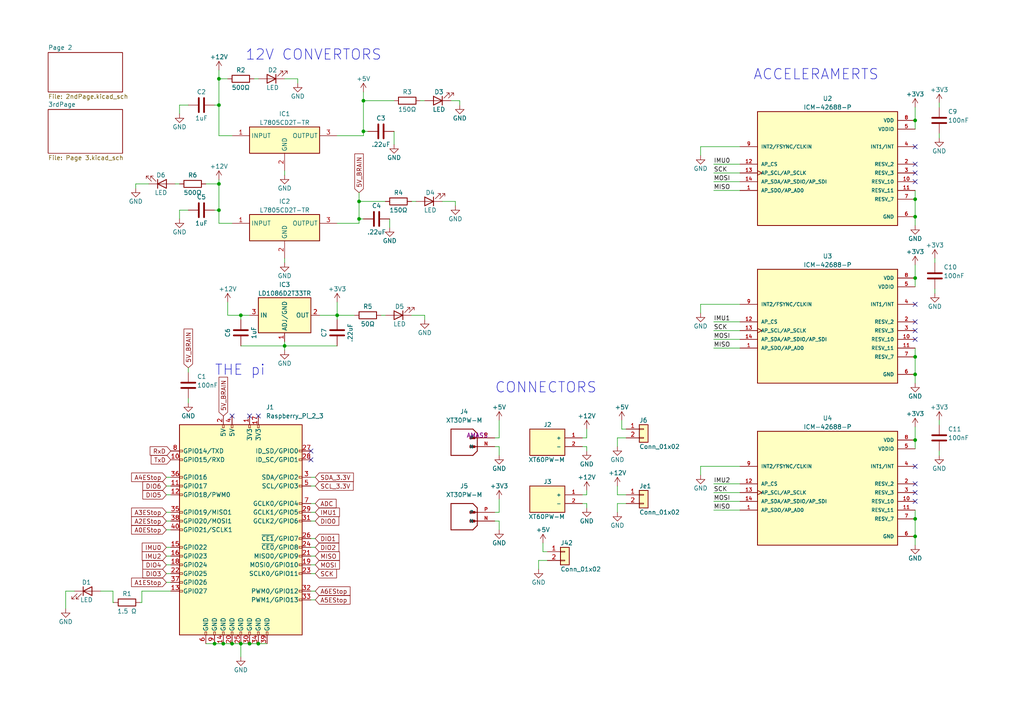
<source format=kicad_sch>
(kicad_sch (version 20230121) (generator eeschema)
  (paper "A4")
  (lib_symbols
    (symbol "Connector:Raspberry_Pi_2_3" (pin_names (offset 1.016))
      (property "Reference" "J" (at -17.78 31.75 0))
      (property "Value" "Raspberry_Pi_2_3" (at 10.16 -31.75 0))
      (symbol "Raspberry_Pi_2_3_0_1"
        (rectangle (start -17.78 30.48) (end 17.78 -30.48) (stroke (width 0.254)) (fill (type background)))
      )
      (symbol "Raspberry_Pi_2_3_1_1"
        (rectangle (start -16.891 -17.526) (end -17.78 -18.034))
        (rectangle (start -16.891 -14.986) (end -17.78 -15.494))
        (rectangle (start -16.891 -12.446) (end -17.78 -12.954))
        (rectangle (start -16.891 -9.906) (end -17.78 -10.414))
        (rectangle (start -16.891 -7.366) (end -17.78 -7.874))
        (rectangle (start -16.891 -4.826) (end -17.78 -5.334))
        (rectangle (start -16.891 0.254) (end -17.78 -0.254))
        (rectangle (start -16.891 2.794) (end -17.78 2.286))
        (rectangle (start -16.891 5.334) (end -17.78 4.826))
        (rectangle (start -16.891 10.414) (end -17.78 9.906))
        (rectangle (start -16.891 12.954) (end -17.78 12.446))
        (rectangle (start -16.891 15.494) (end -17.78 14.986))
        (rectangle (start -16.891 20.574) (end -17.78 20.066))
        (rectangle (start -16.891 23.114) (end -17.78 22.606))
        (rectangle (start -10.414 -29.591) (end -9.906 -30.48))
        (rectangle (start -7.874 -29.591) (end -7.366 -30.48))
        (rectangle (start -5.334 -29.591) (end -4.826 -30.48))
        (rectangle (start -5.334 30.48) (end -4.826 29.591))
        (rectangle (start -2.794 -29.591) (end -2.286 -30.48))
        (rectangle (start -2.794 30.48) (end -2.286 29.591))
        (rectangle (start -0.254 -29.591) (end 0.254 -30.48))
        (rectangle (start 2.286 -29.591) (end 2.794 -30.48))
        (rectangle (start 2.286 30.48) (end 2.794 29.591))
        (rectangle (start 4.826 -29.591) (end 5.334 -30.48))
        (rectangle (start 4.826 30.48) (end 5.334 29.591))
        (rectangle (start 7.366 -29.591) (end 7.874 -30.48))
        (rectangle (start 17.78 -20.066) (end 16.891 -20.574))
        (rectangle (start 17.78 -17.526) (end 16.891 -18.034))
        (rectangle (start 17.78 -12.446) (end 16.891 -12.954))
        (rectangle (start 17.78 -9.906) (end 16.891 -10.414))
        (rectangle (start 17.78 -7.366) (end 16.891 -7.874))
        (rectangle (start 17.78 -4.826) (end 16.891 -5.334))
        (rectangle (start 17.78 -2.286) (end 16.891 -2.794))
        (rectangle (start 17.78 2.794) (end 16.891 2.286))
        (rectangle (start 17.78 5.334) (end 16.891 4.826))
        (rectangle (start 17.78 7.874) (end 16.891 7.366))
        (rectangle (start 17.78 12.954) (end 16.891 12.446))
        (rectangle (start 17.78 15.494) (end 16.891 14.986))
        (rectangle (start 17.78 20.574) (end 16.891 20.066))
        (rectangle (start 17.78 23.114) (end 16.891 22.606))
        (pin power_in line (at 2.54 33.02 270) (length 2.54) (name "3V3") (number "1"))
        (pin bidirectional line (at -20.32 20.32 0) (length 2.54) (name "GPIO15/RXD") (number "10"))
        (pin bidirectional line (at -20.32 12.7 0) (length 2.54) (name "GPIO17") (number "11"))
        (pin bidirectional line (at -20.32 10.16 0) (length 2.54) (name "GPIO18/PWM0") (number "12"))
        (pin bidirectional line (at -20.32 -17.78 0) (length 2.54) (name "GPIO27") (number "13"))
        (pin power_in line (at -5.08 -33.02 90) (length 2.54) (name "GND") (number "14"))
        (pin bidirectional line (at -20.32 -5.08 0) (length 2.54) (name "GPIO22") (number "15"))
        (pin bidirectional line (at -20.32 -7.62 0) (length 2.54) (name "GPIO23") (number "16"))
        (pin power_in line (at 5.08 33.02 270) (length 2.54) (name "3V3") (number "17"))
        (pin bidirectional line (at -20.32 -10.16 0) (length 2.54) (name "GPIO24") (number "18"))
        (pin bidirectional line (at 20.32 -10.16 180) (length 2.54) (name "MOSI0/GPIO10") (number "19"))
        (pin power_in line (at -5.08 33.02 270) (length 2.54) (name "5V") (number "2"))
        (pin power_in line (at -2.54 -33.02 90) (length 2.54) (name "GND") (number "20"))
        (pin bidirectional line (at 20.32 -7.62 180) (length 2.54) (name "MISO0/GPIO9") (number "21"))
        (pin bidirectional line (at -20.32 -12.7 0) (length 2.54) (name "GPIO25") (number "22"))
        (pin bidirectional line (at 20.32 -12.7 180) (length 2.54) (name "SCLK0/GPIO11") (number "23"))
        (pin bidirectional line (at 20.32 -5.08 180) (length 2.54) (name "~{CE0}/GPIO8") (number "24"))
        (pin power_in line (at 0 -33.02 90) (length 2.54) (name "GND") (number "25"))
        (pin bidirectional line (at 20.32 -2.54 180) (length 2.54) (name "~{CE1}/GPIO7") (number "26"))
        (pin bidirectional line (at 20.32 22.86 180) (length 2.54) (name "ID_SD/GPIO0") (number "27"))
        (pin bidirectional line (at 20.32 20.32 180) (length 2.54) (name "ID_SC/GPIO1") (number "28"))
        (pin bidirectional line (at 20.32 5.08 180) (length 2.54) (name "GCLK1/GPIO5") (number "29"))
        (pin bidirectional line (at 20.32 15.24 180) (length 2.54) (name "SDA/GPIO2") (number "3"))
        (pin power_in line (at 2.54 -33.02 90) (length 2.54) (name "GND") (number "30"))
        (pin bidirectional line (at 20.32 2.54 180) (length 2.54) (name "GCLK2/GPIO6") (number "31"))
        (pin bidirectional line (at 20.32 -17.78 180) (length 2.54) (name "PWM0/GPIO12") (number "32"))
        (pin bidirectional line (at 20.32 -20.32 180) (length 2.54) (name "PWM1/GPIO13") (number "33"))
        (pin power_in line (at 5.08 -33.02 90) (length 2.54) (name "GND") (number "34"))
        (pin bidirectional line (at -20.32 5.08 0) (length 2.54) (name "GPIO19/MISO1") (number "35"))
        (pin bidirectional line (at -20.32 15.24 0) (length 2.54) (name "GPIO16") (number "36"))
        (pin bidirectional line (at -20.32 -15.24 0) (length 2.54) (name "GPIO26") (number "37"))
        (pin bidirectional line (at -20.32 2.54 0) (length 2.54) (name "GPIO20/MOSI1") (number "38"))
        (pin power_in line (at 7.62 -33.02 90) (length 2.54) (name "GND") (number "39"))
        (pin power_in line (at -2.54 33.02 270) (length 2.54) (name "5V") (number "4"))
        (pin bidirectional line (at -20.32 0 0) (length 2.54) (name "GPIO21/SCLK1") (number "40"))
        (pin bidirectional line (at 20.32 12.7 180) (length 2.54) (name "SCL/GPIO3") (number "5"))
        (pin power_in line (at -10.16 -33.02 90) (length 2.54) (name "GND") (number "6"))
        (pin bidirectional line (at 20.32 7.62 180) (length 2.54) (name "GCLK0/GPIO4") (number "7"))
        (pin bidirectional line (at -20.32 22.86 0) (length 2.54) (name "GPIO14/TXD") (number "8"))
        (pin power_in line (at -7.62 -33.02 90) (length 2.54) (name "GND") (number "9"))
      )
    )
    (symbol "Connector_Generic:Conn_01x02" (pin_names (offset 1.016) hide)
      (property "Reference" "J" (at 0 2.54 0))
      (property "Value" "Conn_01x02" (at 0 -5.08 0))
      (symbol "Conn_01x02_1_1"
        (rectangle (start -1.27 -2.413) (end 0 -2.667) (stroke (width 0.1524)))
        (rectangle (start -1.27 0.127) (end 0 -0.127) (stroke (width 0.1524)))
        (rectangle (start -1.27 1.27) (end 1.27 -3.81) (stroke (width 0.254)) (fill (type background)))
        (pin passive line (at -5.08 0 0) (length 3.81) (name "Pin_1") (number "1"))
        (pin passive line (at -5.08 -2.54 0) (length 3.81) (name "Pin_2") (number "2"))
      )
    )
    (symbol "Device:C" (pin_numbers hide) (pin_names (offset 0.254))
      (property "Reference" "C" (at 0.635 2.54 0))
      (property "Value" "C" (at 0.635 -2.54 0))
      (symbol "C_0_1"
        (polyline (pts (xy -2.032 -0.762) (xy 2.032 -0.762)) (stroke (width 0.508)))
        (polyline (pts (xy -2.032 0.762) (xy 2.032 0.762)) (stroke (width 0.508)))
      )
      (symbol "C_1_1"
        (pin passive line (at 0 3.81 270) (length 2.794) (name "~") (number "1"))
        (pin passive line (at 0 -3.81 90) (length 2.794) (name "~") (number "2"))
      )
    )
    (symbol "Device:LED" (pin_numbers hide) (pin_names (offset 1.016) hide)
      (property "Reference" "D" (at 0 2.54 0))
      (property "Value" "LED" (at 0 -2.54 0))
      (symbol "LED_0_1"
        (polyline (pts (xy -1.27 -1.27) (xy -1.27 1.27)) (stroke (width 0.254)))
        (polyline (pts (xy -1.27 0) (xy 1.27 0)))
        (polyline (pts (xy 1.27 -1.27) (xy 1.27 1.27) (xy -1.27 0) (xy 1.27 -1.27)) (stroke (width 0.254)))
        (polyline (pts (xy -3.048 -0.762) (xy -4.572 -2.286) (xy -3.81 -2.286) (xy -4.572 -2.286) (xy -4.572 -1.524)))
        (polyline (pts (xy -1.778 -0.762) (xy -3.302 -2.286) (xy -2.54 -2.286) (xy -3.302 -2.286) (xy -3.302 -1.524)))
      )
      (symbol "LED_1_1"
        (pin passive line (at -3.81 0 0) (length 2.54) (name "K") (number "1"))
        (pin passive line (at 3.81 0 180) (length 2.54) (name "A") (number "2"))
      )
    )
    (symbol "Device:R" (pin_numbers hide) (pin_names (offset 0))
      (property "Reference" "R" (at 2.032 0 90))
      (property "Value" "R" (at 0 0 90))
      (symbol "R_0_1"
        (rectangle (start -1.016 -2.54) (end 1.016 2.54) (stroke (width 0.254)))
      )
      (symbol "R_1_1"
        (pin passive line (at 0 3.81 270) (length 1.27) (name "~") (number "1"))
        (pin passive line (at 0 -3.81 90) (length 1.27) (name "~") (number "2"))
      )
    )
    (symbol "ICM-42688-P:ICM-42688-P" (pin_names (offset 1.016))
      (property "Reference" "U" (at -20.32 16.002 0))
      (property "Value" "ICM-42688-P" (at -20.32 -20.32 0))
      (symbol "ICM-42688-P_0_0"
        (rectangle (start -20.32 -17.78) (end 20.32 15.24) (stroke (width 0.254)) (fill (type background)))
        (pin bidirectional line (at -25.4 -7.62 0) (length 5.08) (name "AP_SDO/AP_AD0") (number "1"))
        (pin passive line (at 25.4 -5.08 180) (length 5.08) (name "RESV_10") (number "10"))
        (pin passive line (at 25.4 -7.62 180) (length 5.08) (name "RESV_11") (number "11"))
        (pin input line (at -25.4 0 0) (length 5.08) (name "AP_CS") (number "12"))
        (pin input clock (at -25.4 -2.54 0) (length 5.08) (name "AP_SCL/AP_SCLK") (number "13"))
        (pin bidirectional line (at -25.4 -5.08 0) (length 5.08) (name "AP_SDA/AP_SDIO/AP_SDI") (number "14"))
        (pin passive line (at 25.4 0 180) (length 5.08) (name "RESV_2") (number "2"))
        (pin passive line (at 25.4 -2.54 180) (length 5.08) (name "RESV_3") (number "3"))
        (pin output line (at 25.4 5.08 180) (length 5.08) (name "INT1/INT") (number "4"))
        (pin power_in line (at 25.4 10.16 180) (length 5.08) (name "VDDIO") (number "5"))
        (pin power_in line (at 25.4 -15.24 180) (length 5.08) (name "GND") (number "6"))
        (pin passive line (at 25.4 -10.16 180) (length 5.08) (name "RESV_7") (number "7"))
        (pin power_in line (at 25.4 12.7 180) (length 5.08) (name "VDD") (number "8"))
        (pin bidirectional line (at -25.4 5.08 0) (length 5.08) (name "INT2/FSYNC/CLKIN") (number "9"))
      )
    )
    (symbol "L7805CD2T-TR:L7805CD2T-TR"
      (property "Reference" "IC" (at 13.97 7.62 0))
      (property "Value" "L7805CD2T-TR" (at 7.62 5.08 0))
      (symbol "L7805CD2T-TR_1_1"
        (rectangle (start 5.08 2.54) (end 25.4 -5.08) (stroke (width 0.254)) (fill (type background)))
        (pin passive line (at 0 0 0) (length 5.08) (name "INPUT") (number "1"))
        (pin passive line (at 15.24 -10.16 90) (length 5.08) (name "GND") (number "2"))
        (pin passive line (at 30.48 0 180) (length 5.08) (name "OUTPUT") (number "3"))
      )
    )
    (symbol "Regulator_Linear:LD1086D2T33TR"
      (property "Reference" "U" (at 0 10.16 0))
      (property "Value" "LD1086D2T33TR" (at 0 7.62 0))
      (symbol "LD1086D2T33TR_1_1"
        (rectangle (start -7.62 -5.08) (end 7.62 5.08) (stroke (width 0.254)) (fill (type background)))
        (pin input line (at 0 -7.62 90) (length 2.54) (name "ADJ/GND") (number "1"))
        (pin power_out line (at 10.16 0 180) (length 2.54) (name "OUT") (number "2"))
        (pin power_in line (at -10.16 0 0) (length 2.54) (name "IN") (number "3"))
      )
    )
    (symbol "XT30PW-M:XT30PW-M" (pin_names (offset 1.016))
      (property "Reference" "J" (at -7.62 3.302 0))
      (property "Value" "XT30PW-M" (at -7.62 -7.62 0))
      (symbol "XT30PW-M_0_0"
        (rectangle (start -2.2225 -2.8575) (end -0.635 -2.2225) (stroke (width 0.1)) (fill (type outline)))
        (rectangle (start -2.2225 -0.3175) (end -0.635 0.3175) (stroke (width 0.1)) (fill (type outline)))
        (polyline (pts (xy -7.62 -5.08) (xy -7.62 2.54)) (stroke (width 0.254)))
        (polyline (pts (xy -7.62 2.54) (xy -1.27 2.54)) (stroke (width 0.254)))
        (polyline (pts (xy -1.27 -5.08) (xy -7.62 -5.08)) (stroke (width 0.254)))
        (polyline (pts (xy 0 -3.81) (xy -1.27 -5.08)) (stroke (width 0.254)))
        (polyline (pts (xy 0 -2.54) (xy -1.905 -2.54)) (stroke (width 0.254)))
        (polyline (pts (xy 0 0) (xy -1.905 0)) (stroke (width 0.254)))
        (polyline (pts (xy 0 0) (xy 0 -3.81)) (stroke (width 0.254)))
        (polyline (pts (xy 0 1.27) (xy -1.27 2.54)) (stroke (width 0.254)))
        (polyline (pts (xy 0 1.27) (xy 0 0)) (stroke (width 0.254)))
        (pin power_in line (at 5.08 -2.54 180) (length 5.08) (name "N") (number "N"))
        (pin power_in line (at 5.08 0 180) (length 5.08) (name "P") (number "P"))
      )
    )
    (symbol "XT60PW-M:XT60PW-M" (pin_names (offset 1.016))
      (property "Reference" "J" (at -5.08 5.7234 0))
      (property "Value" "XT60PW-M" (at -5.08 -5.0923 0))
      (symbol "XT60PW-M_0_0"
        (rectangle (start -5.08 -2.54) (end 5.08 5.08) (stroke (width 0.254)) (fill (type background)))
        (pin passive line (at -10.16 2.54 0) (length 5.08) (name "+") (number "1"))
        (pin passive line (at -10.16 0 0) (length 5.08) (name "-") (number "2"))
      )
    )
    (symbol "power:+12V" (power) (pin_names (offset 0))
      (property "Value" "+12V" (at 0 3.556 0))
      (symbol "+12V_0_1"
        (polyline (pts (xy -0.762 1.27) (xy 0 2.54)))
        (polyline (pts (xy 0 0) (xy 0 2.54)))
        (polyline (pts (xy 0 2.54) (xy 0.762 1.27)))
      )
      (symbol "+12V_1_1"
        (pin power_in line (at 0 0 90) (length 0) hide (name "+12V") (number "1"))
      )
    )
    (symbol "power:+3V3" (power) (pin_names (offset 0))
      (property "Value" "+3V3" (at 0 3.556 0))
      (symbol "+3V3_0_1"
        (polyline (pts (xy -0.762 1.27) (xy 0 2.54)))
        (polyline (pts (xy 0 0) (xy 0 2.54)))
        (polyline (pts (xy 0 2.54) (xy 0.762 1.27)))
      )
      (symbol "+3V3_1_1"
        (pin power_in line (at 0 0 90) (length 0) hide (name "+3V3") (number "1"))
      )
    )
    (symbol "power:+5V" (power) (pin_names (offset 0))
      (property "Value" "+5V" (at 0 3.556 0))
      (symbol "+5V_0_1"
        (polyline (pts (xy -0.762 1.27) (xy 0 2.54)))
        (polyline (pts (xy 0 0) (xy 0 2.54)))
        (polyline (pts (xy 0 2.54) (xy 0.762 1.27)))
      )
      (symbol "+5V_1_1"
        (pin power_in line (at 0 0 90) (length 0) hide (name "+5V") (number "1"))
      )
    )
    (symbol "power:GND" (power) (pin_names (offset 0))
      (property "Value" "GND" (at 0 -3.81 0))
      (symbol "GND_0_1"
        (polyline (pts (xy 0 0) (xy 0 -1.27) (xy 1.27 -1.27) (xy 0 -2.54) (xy -1.27 -1.27) (xy 0 -1.27)))
      )
      (symbol "GND_1_1"
        (pin power_in line (at 0 0 270) (length 0) hide (name "GND") (number "1"))
      )
    )
  )
  (junction (at 104.14 63.5))
  (junction (at 105.41 38.1))
  (junction (at 72.39 186.69))
  (junction (at 69.85 91.44))
  (junction (at 265.43 150.495))
  (junction (at 97.79 91.44))
  (junction (at 265.43 127.635))
  (junction (at 62.23 186.69))
  (junction (at 265.43 103.505))
  (junction (at 67.31 186.69))
  (junction (at 265.43 80.645))
  (junction (at 105.41 29.21))
  (junction (at 265.43 62.865))
  (junction (at 63.5 30.48))
  (junction (at 64.77 186.69))
  (junction (at 265.43 155.575))
  (junction (at 265.43 57.785))
  (junction (at 104.14 58.42))
  (junction (at 82.55 100.33))
  (junction (at 265.43 34.925))
  (junction (at 63.5 53.34))
  (junction (at 63.5 22.86))
  (junction (at 63.5 60.96))
  (junction (at 69.85 186.69))
  (junction (at 265.43 108.585))
  (junction (at 74.93 186.69))
  (no_connect (at 265.43 93.345))
  (no_connect (at 90.17 133.35))
  (no_connect (at 265.43 140.335))
  (no_connect (at 265.43 47.625))
  (no_connect (at 265.43 135.255))
  (no_connect (at 265.43 95.885))
  (no_connect (at 265.43 98.425))
  (no_connect (at 265.43 142.875))
  (no_connect (at 265.43 42.545))
  (no_connect (at 265.43 52.705))
  (no_connect (at 90.17 130.81))
  (no_connect (at 67.31 120.65))
  (no_connect (at 265.43 145.415))
  (no_connect (at 265.43 50.165))
  (no_connect (at 74.93 120.65))
  (no_connect (at 265.43 88.265))
  (no_connect (at 72.39 120.65))
  (wire (pts (xy 144.78 129.54) (xy 144.78 132.08)))
  (wire (pts (xy 271.145 74.93) (xy 271.145 76.2)))
  (wire (pts (xy 179.07 127) (xy 179.07 129.54)))
  (wire (pts (xy 69.85 186.69) (xy 72.39 186.69)))
  (wire (pts (xy 90.17 148.59) (xy 91.44 148.59)))
  (wire (pts (xy 265.43 127.635) (xy 265.43 130.175)))
  (wire (pts (xy 48.26 166.37) (xy 49.53 166.37)))
  (wire (pts (xy 121.92 29.21) (xy 123.19 29.21)))
  (wire (pts (xy 104.14 64.77) (xy 104.14 63.5)))
  (wire (pts (xy 90.17 161.29) (xy 91.44 161.29)))
  (wire (pts (xy 207.01 147.955) (xy 214.63 147.955)))
  (wire (pts (xy 72.39 186.69) (xy 74.93 186.69)))
  (wire (pts (xy 119.38 91.44) (xy 123.19 91.44)))
  (wire (pts (xy 32.766 174.752) (xy 32.766 171.45)))
  (wire (pts (xy 90.17 138.43) (xy 91.44 138.43)))
  (wire (pts (xy 114.3 29.21) (xy 105.41 29.21)))
  (wire (pts (xy 52.07 60.96) (xy 52.07 63.5)))
  (wire (pts (xy 48.26 151.13) (xy 49.53 151.13)))
  (wire (pts (xy 73.66 22.86) (xy 74.93 22.86)))
  (wire (pts (xy 40.64 174.752) (xy 41.148 174.752)))
  (wire (pts (xy 48.26 158.75) (xy 49.53 158.75)))
  (wire (pts (xy 170.18 129.54) (xy 170.18 130.81)))
  (wire (pts (xy 144.78 148.59) (xy 144.78 144.78)))
  (wire (pts (xy 48.26 163.83) (xy 49.53 163.83)))
  (wire (pts (xy 41.148 171.45) (xy 49.53 171.45)))
  (wire (pts (xy 272.415 121.92) (xy 272.415 123.19)))
  (wire (pts (xy 48.26 168.91) (xy 49.53 168.91)))
  (wire (pts (xy 90.17 173.99) (xy 91.44 173.99)))
  (wire (pts (xy 265.43 76.835) (xy 265.43 80.645)))
  (wire (pts (xy 59.69 186.69) (xy 62.23 186.69)))
  (wire (pts (xy 32.766 174.752) (xy 33.02 174.752)))
  (wire (pts (xy 272.415 29.845) (xy 272.415 31.115)))
  (wire (pts (xy 265.43 155.575) (xy 265.43 158.115)))
  (wire (pts (xy 133.35 30.48) (xy 133.35 29.21)))
  (wire (pts (xy 114.3 38.1) (xy 114.3 41.91)))
  (wire (pts (xy 106.68 38.1) (xy 105.41 38.1)))
  (wire (pts (xy 203.2 135.255) (xy 203.2 137.795)))
  (wire (pts (xy 104.14 55.88) (xy 104.14 58.42)))
  (wire (pts (xy 156.21 162.56) (xy 156.21 165.1)))
  (wire (pts (xy 170.18 142.24) (xy 170.18 143.51)))
  (wire (pts (xy 143.51 148.59) (xy 144.78 148.59)))
  (wire (pts (xy 207.01 140.335) (xy 214.63 140.335)))
  (wire (pts (xy 272.415 130.81) (xy 272.415 132.08)))
  (wire (pts (xy 110.49 91.44) (xy 111.76 91.44)))
  (wire (pts (xy 63.5 64.77) (xy 67.31 64.77)))
  (wire (pts (xy 132.08 58.42) (xy 132.08 59.69)))
  (wire (pts (xy 181.61 127) (xy 179.07 127)))
  (wire (pts (xy 52.07 30.48) (xy 52.07 33.02)))
  (wire (pts (xy 265.43 55.245) (xy 265.43 57.785)))
  (wire (pts (xy 63.5 53.34) (xy 63.5 60.96)))
  (wire (pts (xy 143.51 151.13) (xy 144.78 151.13)))
  (wire (pts (xy 111.76 58.42) (xy 104.14 58.42)))
  (wire (pts (xy 90.17 156.21) (xy 91.44 156.21)))
  (wire (pts (xy 207.01 145.415) (xy 214.63 145.415)))
  (wire (pts (xy 62.23 186.69) (xy 64.77 186.69)))
  (wire (pts (xy 97.79 64.77) (xy 104.14 64.77)))
  (wire (pts (xy 207.01 100.965) (xy 214.63 100.965)))
  (wire (pts (xy 97.79 91.44) (xy 102.87 91.44)))
  (wire (pts (xy 158.75 162.56) (xy 156.21 162.56)))
  (wire (pts (xy 207.01 55.245) (xy 214.63 55.245)))
  (wire (pts (xy 59.69 53.34) (xy 63.5 53.34)))
  (wire (pts (xy 168.91 143.51) (xy 170.18 143.51)))
  (wire (pts (xy 63.5 60.96) (xy 63.5 64.77)))
  (wire (pts (xy 105.41 29.21) (xy 105.41 38.1)))
  (wire (pts (xy 158.75 160.02) (xy 157.48 160.02)))
  (wire (pts (xy 168.91 129.54) (xy 170.18 129.54)))
  (wire (pts (xy 92.71 91.44) (xy 97.79 91.44)))
  (wire (pts (xy 128.27 58.42) (xy 132.08 58.42)))
  (wire (pts (xy 105.41 26.67) (xy 105.41 29.21)))
  (wire (pts (xy 72.39 91.44) (xy 69.85 91.44)))
  (wire (pts (xy 74.93 186.69) (xy 77.47 186.69)))
  (wire (pts (xy 63.5 22.86) (xy 66.04 22.86)))
  (wire (pts (xy 265.43 150.495) (xy 265.43 155.575)))
  (wire (pts (xy 207.01 95.885) (xy 214.63 95.885)))
  (wire (pts (xy 168.91 127) (xy 170.18 127)))
  (wire (pts (xy 179.07 143.51) (xy 181.61 143.51)))
  (wire (pts (xy 272.415 38.735) (xy 272.415 40.005)))
  (wire (pts (xy 214.63 42.545) (xy 203.2 42.545)))
  (wire (pts (xy 90.17 140.97) (xy 91.44 140.97)))
  (wire (pts (xy 265.43 57.785) (xy 265.43 62.865)))
  (wire (pts (xy 271.145 83.82) (xy 271.145 85.09)))
  (wire (pts (xy 144.78 151.13) (xy 144.78 153.67)))
  (wire (pts (xy 54.61 106.68) (xy 54.61 107.95)))
  (wire (pts (xy 48.26 153.67) (xy 49.53 153.67)))
  (wire (pts (xy 170.18 146.05) (xy 170.18 147.32)))
  (wire (pts (xy 63.5 52.07) (xy 63.5 53.34)))
  (wire (pts (xy 64.77 186.69) (xy 67.31 186.69)))
  (wire (pts (xy 82.55 100.33) (xy 97.79 100.33)))
  (wire (pts (xy 82.55 22.86) (xy 86.36 22.86)))
  (wire (pts (xy 54.61 30.48) (xy 52.07 30.48)))
  (wire (pts (xy 90.17 166.37) (xy 91.44 166.37)))
  (wire (pts (xy 69.85 91.44) (xy 66.04 91.44)))
  (wire (pts (xy 133.35 29.21) (xy 130.81 29.21)))
  (wire (pts (xy 265.43 31.115) (xy 265.43 34.925)))
  (wire (pts (xy 143.51 129.54) (xy 144.78 129.54)))
  (wire (pts (xy 63.5 20.32) (xy 63.5 22.86)))
  (wire (pts (xy 62.23 30.48) (xy 63.5 30.48)))
  (wire (pts (xy 265.43 34.925) (xy 265.43 37.465)))
  (wire (pts (xy 21.59 171.45) (xy 19.05 171.45)))
  (wire (pts (xy 54.61 115.57) (xy 54.61 116.84)))
  (wire (pts (xy 48.26 148.59) (xy 49.53 148.59)))
  (wire (pts (xy 32.766 171.45) (xy 29.21 171.45)))
  (wire (pts (xy 214.63 135.255) (xy 203.2 135.255)))
  (wire (pts (xy 157.48 160.02) (xy 157.48 157.48)))
  (wire (pts (xy 48.26 140.97) (xy 49.53 140.97)))
  (wire (pts (xy 113.03 63.5) (xy 113.03 66.04)))
  (wire (pts (xy 52.07 53.34) (xy 50.8 53.34)))
  (wire (pts (xy 90.17 158.75) (xy 91.44 158.75)))
  (wire (pts (xy 203.2 42.545) (xy 203.2 45.085)))
  (wire (pts (xy 97.79 91.44) (xy 97.79 92.71)))
  (wire (pts (xy 207.01 47.625) (xy 214.63 47.625)))
  (wire (pts (xy 181.61 124.46) (xy 180.34 124.46)))
  (wire (pts (xy 90.17 171.45) (xy 91.44 171.45)))
  (wire (pts (xy 214.63 88.265) (xy 203.2 88.265)))
  (wire (pts (xy 82.55 99.06) (xy 82.55 100.33)))
  (wire (pts (xy 82.55 74.93) (xy 82.55 76.2)))
  (wire (pts (xy 69.85 91.44) (xy 69.85 92.71)))
  (wire (pts (xy 203.2 88.265) (xy 203.2 90.805)))
  (wire (pts (xy 48.26 143.51) (xy 49.53 143.51)))
  (wire (pts (xy 67.31 186.69) (xy 69.85 186.69)))
  (wire (pts (xy 90.17 163.83) (xy 91.44 163.83)))
  (wire (pts (xy 48.26 138.43) (xy 49.53 138.43)))
  (wire (pts (xy 265.43 80.645) (xy 265.43 83.185)))
  (wire (pts (xy 62.23 60.96) (xy 63.5 60.96)))
  (wire (pts (xy 48.26 161.29) (xy 49.53 161.29)))
  (wire (pts (xy 39.37 53.34) (xy 39.37 54.61)))
  (wire (pts (xy 265.43 100.965) (xy 265.43 103.505)))
  (wire (pts (xy 43.18 53.34) (xy 39.37 53.34)))
  (wire (pts (xy 97.79 39.37) (xy 105.41 39.37)))
  (wire (pts (xy 86.36 22.86) (xy 86.36 24.13)))
  (wire (pts (xy 19.05 171.45) (xy 19.05 176.53)))
  (wire (pts (xy 63.5 30.48) (xy 63.5 39.37)))
  (wire (pts (xy 63.5 22.86) (xy 63.5 30.48)))
  (wire (pts (xy 179.07 146.05) (xy 179.07 148.59)))
  (wire (pts (xy 265.43 123.825) (xy 265.43 127.635)))
  (wire (pts (xy 207.01 52.705) (xy 214.63 52.705)))
  (wire (pts (xy 207.01 98.425) (xy 214.63 98.425)))
  (wire (pts (xy 144.78 127) (xy 144.78 121.92)))
  (wire (pts (xy 69.85 100.33) (xy 82.55 100.33)))
  (wire (pts (xy 82.55 100.33) (xy 82.55 101.6)))
  (wire (pts (xy 265.43 108.585) (xy 265.43 111.125)))
  (wire (pts (xy 143.51 127) (xy 144.78 127)))
  (wire (pts (xy 123.19 91.44) (xy 123.19 92.71)))
  (wire (pts (xy 179.07 143.51) (xy 179.07 140.97)))
  (wire (pts (xy 41.148 174.752) (xy 41.148 171.45)))
  (wire (pts (xy 90.17 146.05) (xy 91.44 146.05)))
  (wire (pts (xy 54.61 60.96) (xy 52.07 60.96)))
  (wire (pts (xy 207.01 50.165) (xy 214.63 50.165)))
  (wire (pts (xy 180.34 124.46) (xy 180.34 121.92)))
  (wire (pts (xy 104.14 58.42) (xy 104.14 63.5)))
  (wire (pts (xy 119.38 58.42) (xy 120.65 58.42)))
  (wire (pts (xy 265.43 147.955) (xy 265.43 150.495)))
  (wire (pts (xy 168.91 146.05) (xy 170.18 146.05)))
  (wire (pts (xy 170.18 124.46) (xy 170.18 127)))
  (wire (pts (xy 207.01 142.875) (xy 214.63 142.875)))
  (wire (pts (xy 97.79 87.63) (xy 97.79 91.44)))
  (wire (pts (xy 207.01 93.345) (xy 214.63 93.345)))
  (wire (pts (xy 265.43 62.865) (xy 265.43 65.405)))
  (wire (pts (xy 265.43 103.505) (xy 265.43 108.585)))
  (wire (pts (xy 66.04 91.44) (xy 66.04 87.63)))
  (wire (pts (xy 82.55 49.53) (xy 82.55 50.8)))
  (wire (pts (xy 181.61 146.05) (xy 179.07 146.05)))
  (wire (pts (xy 69.85 186.69) (xy 69.85 190.5)))
  (wire (pts (xy 63.5 39.37) (xy 67.31 39.37)))
  (wire (pts (xy 105.41 63.5) (xy 104.14 63.5)))
  (wire (pts (xy 90.17 151.13) (xy 91.44 151.13)))
  (wire (pts (xy 105.41 39.37) (xy 105.41 38.1)))
  (text "CONNECTORS" (at 143.51 114.3 0) (effects (font (size 3 3)) (justify left bottom)))
  (text "ACCELERAMERTS" (at 218.44 23.495 0) (effects (font (size 3 3)) (justify left bottom)))
  (text "12V CONVERTORS" (at 71.12 17.78 0) (effects (font (size 3 3)) (justify left bottom)))
  (text "THE pi" (at 62.23 109.22 0) (effects (font (size 3 3)) (justify left bottom)))
  (label "MISO" (at 207.01 55.245 0))
  (label "IMU0" (at 207.01 47.625 0))
  (label "MOSI" (at 207.01 145.415 0))
  (label "MOSI" (at 207.01 52.705 0))
  (label "MOSI" (at 207.01 98.425 0))
  (label "SCK" (at 207.01 95.885 0))
  (label "SCK" (at 207.01 50.165 0))
  (label "IMU2" (at 207.01 140.335 0))
  (label "IMU1" (at 207.01 93.345 0))
  (label "MISO" (at 207.01 147.955 0))
  (label "SCK" (at 207.01 142.875 0))
  (label "MISO" (at 207.01 100.965 0))
  (global_label "MOSI" (shape input) (at 91.44 163.83 0) (property "Intersheetrefs" "${INTERSHEET_REFS}" (effects hide)))
  (global_label "5V_BRAIN" (shape input) (at 104.14 55.88 90) (property "Intersheetrefs" "${INTERSHEET_REFS}" (effects hide)))
  (global_label "DIO4" (shape input) (at 48.26 163.83 180) (property "Intersheetrefs" "${INTERSHEET_REFS}" (effects hide)))
  (global_label "TxD" (shape input) (at 49.53 133.35 180) (property "Intersheetrefs" "${INTERSHEET_REFS}" (effects hide)))
  (global_label "DIO3" (shape input) (at 48.26 166.37 180) (property "Intersheetrefs" "${INTERSHEET_REFS}" (effects hide)))
  (global_label "IMU0" (shape input) (at 48.26 158.75 180) (property "Intersheetrefs" "${INTERSHEET_REFS}" (effects hide)))
  (global_label "5V_BRAIN" (shape input) (at 64.77 120.65 90) (property "Intersheetrefs" "${INTERSHEET_REFS}" (effects hide)))
  (global_label "SCL_3.3V" (shape input) (at 91.44 140.97 0) (property "Intersheetrefs" "${INTERSHEET_REFS}" (effects hide)))
  (global_label "DIO2" (shape input) (at 91.44 158.75 0) (property "Intersheetrefs" "${INTERSHEET_REFS}" (effects hide)))
  (global_label "A0EStop" (shape input) (at 48.26 153.67 180) (property "Intersheetrefs" "${INTERSHEET_REFS}" (effects hide)))
  (global_label "5V_BRAIN" (shape input) (at 54.61 106.68 90) (property "Intersheetrefs" "${INTERSHEET_REFS}" (effects hide)))
  (global_label "SDA_3.3V" (shape input) (at 91.44 138.43 0) (property "Intersheetrefs" "${INTERSHEET_REFS}" (effects hide)))
  (global_label "A4EStop" (shape input) (at 48.26 138.43 180) (property "Intersheetrefs" "${INTERSHEET_REFS}" (effects hide)))
  (global_label "IMU2" (shape input) (at 48.26 161.29 180) (property "Intersheetrefs" "${INTERSHEET_REFS}" (effects hide)))
  (global_label "A6EStop" (shape input) (at 91.44 171.45 0) (property "Intersheetrefs" "${INTERSHEET_REFS}" (effects hide)))
  (global_label "DIO0" (shape input) (at 91.44 151.13 0) (property "Intersheetrefs" "${INTERSHEET_REFS}" (effects hide)))
  (global_label "A5EStop" (shape input) (at 91.44 173.99 0) (property "Intersheetrefs" "${INTERSHEET_REFS}" (effects hide)))
  (global_label "MISO" (shape input) (at 91.44 161.29 0) (property "Intersheetrefs" "${INTERSHEET_REFS}" (effects hide)))
  (global_label "SCK" (shape input) (at 91.44 166.37 0) (property "Intersheetrefs" "${INTERSHEET_REFS}" (effects hide)))
  (global_label "A2EStop" (shape input) (at 48.26 151.13 180) (property "Intersheetrefs" "${INTERSHEET_REFS}" (effects hide)))
  (global_label "IMU1" (shape input) (at 91.44 148.59 0) (property "Intersheetrefs" "${INTERSHEET_REFS}" (effects hide)))
  (global_label "A3EStop" (shape input) (at 48.26 148.59 180) (property "Intersheetrefs" "${INTERSHEET_REFS}" (effects hide)))
  (global_label "DIO1" (shape input) (at 91.44 156.21 0) (property "Intersheetrefs" "${INTERSHEET_REFS}" (effects hide)))
  (global_label "ADC" (shape input) (at 91.44 146.05 0) (property "Intersheetrefs" "${INTERSHEET_REFS}" (effects hide)))
  (global_label "DIO5" (shape input) (at 48.26 143.51 180) (property "Intersheetrefs" "${INTERSHEET_REFS}" (effects hide)))
  (global_label "RxD" (shape input) (at 49.53 130.81 180) (property "Intersheetrefs" "${INTERSHEET_REFS}" (effects hide)))
  (global_label "DIO6" (shape input) (at 48.26 140.97 180) (property "Intersheetrefs" "${INTERSHEET_REFS}" (effects hide)))
  (global_label "A1EStop" (shape input) (at 48.26 168.91 180) (property "Intersheetrefs" "${INTERSHEET_REFS}" (effects hide)))
  (symbol (lib_id "power:GND") (at 19.05 176.53 0) (unit 1)
    (property "Reference" "#PWR03" (effects hide))
    (property "Value" "GND" (at 19.05 180.34 0))
  )
  (symbol (lib_id "power:GND") (at 82.55 50.8 0) (mirror y) (unit 1)
    (property "Reference" "#PWR08" (effects hide))
    (property "Value" "GND" (at 82.55 54.61 0))
  )
  (symbol (lib_id "power:+12V") (at 170.18 124.46 0) (unit 1)
    (property "Reference" "#PWR016" (effects hide))
    (property "Value" "+12V" (at 170.18 120.65 0))
  )
  (symbol (lib_id "ICM-42688-P:ICM-42688-P") (at 240.03 140.335 0) (unit 1)
    (property "Reference" "U4" (at 240.03 121.285 0))
    (property "Value" "ICM-42688-P" (at 240.03 123.825 0))
    (property "Footprint" "footprints:PQFN50P300X250X97-14N" (effects hide))
    (property "MF" "TDK InvenSense" (effects hide))
    (property "MAXIMUM_PACKAGE_HEIGHT" "0.97mm" (effects hide))
    (property "Package" "LGA-14 TDK InvenSense" (effects hide))
    (property "Price" "None" (effects hide))
    (property "Check_prices" "https://www.snapeda.com/parts/ICM-42688-P/TDK+InvenSense/view-part/?ref=eda" (effects hide))
    (property "STANDARD" "IPC-7351B" (effects hide))
    (property "PARTREV" "1.2" (effects hide))
    (property "SnapEDA_Link" "https://www.snapeda.com/parts/ICM-42688-P/TDK+InvenSense/view-part/?ref=snap" (effects hide))
    (property "MP" "ICM-42688-P" (effects hide))
    (property "Purchase-URL" "https://www.snapeda.com/api/url_track_click_mouser/?unipart_id=4791856&manufacturer=TDK InvenSense&part_name=ICM-42688-P&search_term=None" (effects hide))
    (property "Description" "\nAccelerometer, Gyroscope, 6 Axis Sensor - Output\n" (effects hide))
    (property "Availability" "In Stock" (effects hide))
    (property "MANUFACTURER" "TDK InvenSense" (effects hide))
  )
  (symbol (lib_id "power:+12V") (at 170.18 142.24 0) (unit 1)
    (property "Reference" "#PWR018" (effects hide))
    (property "Value" "+12V" (at 170.18 138.43 0))
  )
  (symbol (lib_id "power:+12V") (at 63.5 20.32 0) (unit 1)
    (property "Reference" "#PWR06" (effects hide))
    (property "Value" "+12V" (at 63.5 16.51 0))
  )
  (symbol (lib_id "power:GND") (at 272.415 40.005 0) (unit 1)
    (property "Reference" "#PWR0103" (effects hide))
    (property "Value" "GND" (at 272.415 43.815 0))
  )
  (symbol (lib_id "Device:LED") (at 78.74 22.86 180) (unit 1)
    (property "Reference" "D2" (at 79.0575 20.32 0))
    (property "Value" "LED" (at 79.0575 25.4 0))
    (property "Footprint" "LED_SMD:LED_0603_1608Metric" (effects hide))
  )
  (symbol (lib_id "power:GND") (at 179.07 129.54 0) (unit 1)
    (property "Reference" "#PWR030" (effects hide))
    (property "Value" "GND" (at 179.07 133.35 0))
  )
  (symbol (lib_id "Device:C") (at 272.415 34.925 0) (unit 1)
    (property "Reference" "C9" (at 274.955 32.385 0) (effects (justify left)))
    (property "Value" "100nF" (at 274.955 34.925 0) (effects (justify left)))
    (property "Footprint" "Capacitor_SMD:C_0603_1608Metric" (effects hide))
  )
  (symbol (lib_id "Connector_Generic:Conn_01x02") (at 186.69 124.46 0) (unit 1)
    (property "Reference" "J6" (at 185.42 121.92 0) (effects (justify left)))
    (property "Value" "Conn_01x02" (at 185.42 129.54 0) (effects (justify left)))
    (property "Footprint" "solder_pads:4mm_pads_2" (effects hide))
  )
  (symbol (lib_id "XT30PW-M:XT30PW-M") (at 138.43 148.59 0) (unit 1)
    (property "Reference" "J5" (at 134.62 140.97 0))
    (property "Value" "XT30PW-M" (at 134.62 143.51 0))
    (property "Footprint" "footprints:AMASS_XT30PW-M" (effects hide))
    (property "MF" "AMASS" (effects hide))
    (property "MAXIMUM_PACKAGE_HEIGHT" "5 mm" (effects hide))
    (property "Package" "None" (effects hide))
    (property "Price" "None" (effects hide))
    (property "Check_prices" "https://www.snapeda.com/parts/XT30PW-M/AMASS/view-part/?ref=eda" (effects hide))
    (property "STANDARD" "Manufacturer Recommendations" (effects hide))
    (property "PARTREV" "1.2" (effects hide))
    (property "SnapEDA_Link" "https://www.snapeda.com/parts/XT30PW-M/AMASS/view-part/?ref=snap" (effects hide))
    (property "MP" "XT30PW-M" (effects hide))
    (property "Description" "\nSocket; DC supply; XT30; male; PIN: 2; on PCBs; THT; Colour: yellow\n" (effects hide))
    (property "MANUFACTURER" "Amass" (effects hide))
    (property "Availability" "Not in stock" (effects hide))
    (property "SNAPEDA_PN" "XT30PW-M" (effects hide))
  )
  (symbol (lib_id "power:GND") (at 52.07 63.5 0) (unit 1)
    (property "Reference" "#PWR013" (effects hide))
    (property "Value" "GND" (at 52.07 67.31 0))
  )
  (symbol (lib_id "Connector_Generic:Conn_01x02") (at 186.69 143.51 0) (unit 1)
    (property "Reference" "Je1" (at 185.42 140.97 0) (effects (justify left)))
    (property "Value" "Conn_01x02" (at 185.42 148.59 0) (effects (justify left)))
    (property "Footprint" "solder_pads:4mm_pads_2" (effects hide))
  )
  (symbol (lib_id "power:+3V3") (at 97.79 87.63 0) (unit 1)
    (property "Reference" "#PWR022" (effects hide))
    (property "Value" "+3V3" (at 97.79 83.82 0))
  )
  (symbol (lib_id "Regulator_Linear:LD1086D2T33TR") (at 82.55 91.44 0) (unit 1)
    (property "Reference" "IC3" (at 82.55 82.55 0))
    (property "Value" "LD1086D2T33TR" (at 82.55 85.09 0))
    (property "Footprint" "Package_TO_SOT_SMD:TO-263-2" (effects hide))
    (property "Datasheet" "https://www.st.com/resource/en/datasheet/ld1086.pdf" (effects hide))
  )
  (symbol (lib_id "power:+3V3") (at 265.43 76.835 0) (unit 1)
    (property "Reference" "#PWR036" (effects hide))
    (property "Value" "+3V3" (at 265.43 73.025 0))
  )
  (symbol (lib_id "power:GND") (at 203.2 90.805 0) (unit 1)
    (property "Reference" "#PWR035" (effects hide))
    (property "Value" "GND" (at 203.2 94.615 0))
  )
  (symbol (lib_id "power:+3V3") (at 144.78 144.78 0) (unit 1)
    (property "Reference" "#PWR025" (effects hide))
    (property "Value" "+3V3" (at 144.78 140.97 0))
  )
  (symbol (lib_id "power:+5V") (at 180.34 121.92 0) (unit 1)
    (property "Reference" "#PWR028" (effects hide))
    (property "Value" "+5V" (at 180.34 118.11 0))
  )
  (symbol (lib_id "power:+12V") (at 63.5 52.07 0) (unit 1)
    (property "Reference" "#PWR014" (effects hide))
    (property "Value" "+12V" (at 63.5 48.26 0))
  )
  (symbol (lib_id "power:GND") (at 69.85 190.5 0) (unit 1)
    (property "Reference" "#PWR01" (effects hide))
    (property "Value" "GND" (at 69.85 194.31 0))
  )
  (symbol (lib_id "power:GND") (at 133.35 30.48 0) (unit 1)
    (property "Reference" "#PWR041" (effects hide))
    (property "Value" "GND" (at 133.35 34.29 0))
  )
  (symbol (lib_id "Connector:Raspberry_Pi_2_3") (at 69.85 153.67 0) (unit 1)
    (property "Reference" "J1" (at 77.1241 118.11 0) (effects (justify left)))
    (property "Value" "Raspberry_Pi_2_3" (at 77.1241 120.65 0) (effects (justify left)))
    (property "Footprint" "footprints:MODULE_RASPBERRY_PI_3_MODEL_B_" (effects hide))
    (property "Datasheet" "https://www.raspberrypi.org/documentation/hardware/raspberrypi/schematics/rpi_SCH_3bplus_1p0_reduced.pdf" (effects hide))
  )
  (symbol (lib_id "power:GND") (at 52.07 33.02 0) (unit 1)
    (property "Reference" "#PWR09" (effects hide))
    (property "Value" "GND" (at 52.07 36.83 0))
  )
  (symbol (lib_id "ICM-42688-P:ICM-42688-P") (at 240.03 93.345 0) (unit 1)
    (property "Reference" "U3" (at 240.03 74.295 0))
    (property "Value" "ICM-42688-P" (at 240.03 76.835 0))
    (property "Footprint" "footprints:PQFN50P300X250X97-14N" (effects hide))
    (property "MF" "TDK InvenSense" (effects hide))
    (property "MAXIMUM_PACKAGE_HEIGHT" "0.97mm" (effects hide))
    (property "Package" "LGA-14 TDK InvenSense" (effects hide))
    (property "Price" "None" (effects hide))
    (property "Check_prices" "https://www.snapeda.com/parts/ICM-42688-P/TDK+InvenSense/view-part/?ref=eda" (effects hide))
    (property "STANDARD" "IPC-7351B" (effects hide))
    (property "PARTREV" "1.2" (effects hide))
    (property "SnapEDA_Link" "https://www.snapeda.com/parts/ICM-42688-P/TDK+InvenSense/view-part/?ref=snap" (effects hide))
    (property "MP" "ICM-42688-P" (effects hide))
    (property "Purchase-URL" "https://www.snapeda.com/api/url_track_click_mouser/?unipart_id=4791856&manufacturer=TDK InvenSense&part_name=ICM-42688-P&search_term=None" (effects hide))
    (property "Description" "\nAccelerometer, Gyroscope, 6 Axis Sensor - Output\n" (effects hide))
    (property "Availability" "In Stock" (effects hide))
    (property "MANUFACTURER" "TDK InvenSense" (effects hide))
  )
  (symbol (lib_id "power:GND") (at 82.55 76.2 0) (mirror y) (unit 1)
    (property "Reference" "#PWR015" (effects hide))
    (property "Value" "GND" (at 82.55 80.01 0))
  )
  (symbol (lib_id "power:+12V") (at 179.07 140.97 0) (unit 1)
    (property "Reference" "#PWR029" (effects hide))
    (property "Value" "+12V" (at 179.07 137.16 0))
  )
  (symbol (lib_id "Device:LED") (at 25.4 171.45 0) (unit 1)
    (property "Reference" "D1" (at 25.0825 168.91 0))
    (property "Value" "LED" (at 25.0825 173.99 0))
    (property "Footprint" "LED_SMD:LED_0603_1608Metric" (effects hide))
  )
  (symbol (lib_id "power:+3V3") (at 272.415 121.92 0) (unit 1)
    (property "Reference" "#PWR0106" (effects hide))
    (property "Value" "+3V3" (at 272.415 118.11 0))
  )
  (symbol (lib_id "power:GND") (at 179.07 148.59 0) (unit 1)
    (property "Reference" "#PWR031" (effects hide))
    (property "Value" "GND" (at 179.07 152.4 0))
  )
  (symbol (lib_id "power:+3V3") (at 265.43 31.115 0) (unit 1)
    (property "Reference" "#PWR032" (effects hide))
    (property "Value" "+3V3" (at 265.43 27.305 0))
  )
  (symbol (lib_id "power:GND") (at 54.61 116.84 0) (unit 1)
    (property "Reference" "#PWR05" (effects hide))
    (property "Value" "GND" (at 54.61 120.65 0))
  )
  (symbol (lib_id "power:+5V") (at 105.41 26.67 0) (mirror y) (unit 1)
    (property "Reference" "#PWR07" (effects hide))
    (property "Value" "+5V" (at 105.41 22.86 0))
  )
  (symbol (lib_id "power:GND") (at 82.55 101.6 0) (unit 1)
    (property "Reference" "#PWR023" (effects hide))
    (property "Value" "GND" (at 82.55 105.41 0))
  )
  (symbol (lib_id "power:GND") (at 123.19 92.71 0) (unit 1)
    (property "Reference" "#PWR043" (effects hide))
    (property "Value" "GND" (at 123.19 96.52 0))
  )
  (symbol (lib_id "Device:R") (at 36.83 174.752 90) (unit 1)
    (property "Reference" "R1" (at 36.83 172.212 90))
    (property "Value" "1.5 Ω" (at 36.83 177.292 90))
    (property "Footprint" "Resistor_SMD:R_0603_1608Metric" (effects hide))
  )
  (symbol (lib_id "Device:LED") (at 127 29.21 180) (unit 1)
    (property "Reference" "D3" (at 127.3175 26.67 0))
    (property "Value" "LED" (at 127.3175 31.75 0))
    (property "Footprint" "LED_SMD:LED_0603_1608Metric" (effects hide))
  )
  (symbol (lib_id "Device:C") (at 58.42 30.48 90) (unit 1)
    (property "Reference" "C2" (at 58.42 26.67 90))
    (property "Value" "1uF" (at 58.42 34.29 90))
    (property "Footprint" "Capacitor_SMD:C_0603_1608Metric" (effects hide))
  )
  (symbol (lib_id "Device:C") (at 54.61 111.76 0) (unit 1)
    (property "Reference" "C1" (at 57.15 109.22 0) (effects (justify left)))
    (property "Value" "100nF" (at 57.15 111.76 0) (effects (justify left)))
    (property "Footprint" "Capacitor_SMD:C_0603_1608Metric" (effects hide))
  )
  (symbol (lib_id "Device:C") (at 110.49 38.1 270) (mirror x) (unit 1)
    (property "Reference" "C3" (at 110.49 34.29 90))
    (property "Value" ".22uF" (at 110.49 41.91 90))
    (property "Footprint" "Capacitor_SMD:C_0603_1608Metric" (effects hide))
  )
  (symbol (lib_id "XT30PW-M:XT30PW-M") (at 138.43 127 0) (unit 1)
    (property "Reference" "J4" (at 134.62 119.38 0))
    (property "Value" "XT30PW-M" (at 134.62 121.92 0))
    (property "Footprint" "footprints:AMASS_XT30PW-M" (effects hide))
    (property "MF" "AMASS" (at 138.43 127 0) (effects (justify bottom)))
    (property "MAXIMUM_PACKAGE_HEIGHT" "5 mm" (effects hide))
    (property "Package" "None" (effects hide))
    (property "Price" "None" (effects hide))
    (property "Check_prices" "https://www.snapeda.com/parts/XT30PW-M/AMASS/view-part/?ref=eda" (effects hide))
    (property "STANDARD" "Manufacturer Recommendations" (effects hide))
    (property "PARTREV" "1.2" (effects hide))
    (property "SnapEDA_Link" "https://www.snapeda.com/parts/XT30PW-M/AMASS/view-part/?ref=snap" (effects hide))
    (property "MP" "XT30PW-M" (effects hide))
    (property "Description" "\nSocket; DC supply; XT30; male; PIN: 2; on PCBs; THT; Colour: yellow\n" (effects hide))
    (property "MANUFACTURER" "Amass" (effects hide))
    (property "Availability" "Not in stock" (effects hide))
    (property "SNAPEDA_PN" "XT30PW-M" (effects hide))
  )
  (symbol (lib_id "XT60PW-M:XT60PW-M") (at 158.75 146.05 0) (mirror y) (unit 1)
    (property "Reference" "J3" (at 160.02 139.7 0) (effects (justify left)))
    (property "Value" "XT60PW-M" (at 163.83 149.86 0) (effects (justify left)))
    (property "Footprint" "footprints:AMASS_XT60PW-M" (effects hide))
    (property "MF" "AMASS" (effects hide))
    (property "MAXIMUM_PACKAGE_HEIGHT" "8.4 mm" (effects hide))
    (property "Package" "Package" (effects hide))
    (property "Price" "None" (effects hide))
    (property "Check_prices" "https://www.snapeda.com/parts/XT60PW-M/AMASS/view-part/?ref=eda" (effects hide))
    (property "STANDARD" "Manufacturer recommendations" (effects hide))
    (property "PARTREV" "V1.2" (effects hide))
    (property "SnapEDA_Link" "https://www.snapeda.com/parts/XT60PW-M/AMASS/view-part/?ref=snap" (effects hide))
    (property "MP" "XT60PW-M" (effects hide))
    (property "Description" "\nSocket, DC supply, male, PIN: 2\n" (effects hide))
    (property "Availability" "Not in stock" (effects hide))
    (property "MANUFACTURER" "AMASS" (effects hide))
  )
  (symbol (lib_id "Device:LED") (at 46.99 53.34 0) (mirror x) (unit 1)
    (property "Reference" "D6" (at 46.6725 50.8 0))
    (property "Value" "LED" (at 46.6725 55.88 0))
    (property "Footprint" "LED_SMD:LED_0603_1608Metric" (effects hide))
  )
  (symbol (lib_id "Device:C") (at 109.22 63.5 270) (mirror x) (unit 1)
    (property "Reference" "C4" (at 109.22 59.69 90))
    (property "Value" ".22uF" (at 109.22 67.31 90))
    (property "Footprint" "Capacitor_SMD:C_0603_1608Metric" (effects hide))
  )
  (symbol (lib_id "Device:C") (at 97.79 96.52 180) (unit 1)
    (property "Reference" "C7" (at 93.98 96.52 90))
    (property "Value" ".22uF" (at 101.6 96.52 90))
    (property "Footprint" "Capacitor_SMD:C_0603_1608Metric" (effects hide))
  )
  (symbol (lib_id "power:GND") (at 144.78 132.08 0) (unit 1)
    (property "Reference" "#PWR026" (effects hide))
    (property "Value" "GND" (at 144.78 135.89 0))
  )
  (symbol (lib_id "Device:R") (at 55.88 53.34 270) (mirror x) (unit 1)
    (property "Reference" "R6" (at 55.88 50.8 90))
    (property "Value" "500Ω" (at 55.88 55.88 90))
    (property "Footprint" "Resistor_SMD:R_0603_1608Metric" (effects hide))
  )
  (symbol (lib_id "L7805CD2T-TR:L7805CD2T-TR") (at 67.31 39.37 0) (unit 1)
    (property "Reference" "IC1" (at 82.55 33.02 0))
    (property "Value" "L7805CD2T-TR" (at 82.55 35.56 0))
    (property "Footprint" "L7805CD2T" (effects hide))
    (property "Datasheet" "http://www.st.com/web/en/resource/technical/document/datasheet/CD00000444.pdf" (effects hide))
    (property "Height" "4.56" (effects hide))
    (property "Manufacturer_Name" "STMicroelectronics" (effects hide))
    (property "Manufacturer_Part_Number" "L7805CD2T-TR" (effects hide))
    (property "Mouser Part Number" "511-L7805CD2T-TR" (effects hide))
    (property "Mouser Price/Stock" "https://www.mouser.co.uk/ProductDetail/STMicroelectronics/L7805CD2T-TR?qs=8tkG3v2%2F4sGtQPO74MZjHw%3D%3D" (effects hide))
    (property "Arrow Part Number" "L7805CD2T-TR" (effects hide))
    (property "Arrow Price/Stock" "https://www.arrow.com/en/products/l7805cd2t-tr/stmicroelectronics?region=nac" (effects hide))
  )
  (symbol (lib_id "Device:LED") (at 115.57 91.44 180) (unit 1)
    (property "Reference" "D5" (at 115.8875 88.9 0))
    (property "Value" "LED" (at 115.8875 93.98 0))
    (property "Footprint" "LED_SMD:LED_0603_1608Metric" (effects hide))
  )
  (symbol (lib_id "power:+3V3") (at 265.43 123.825 0) (unit 1)
    (property "Reference" "#PWR039" (effects hide))
    (property "Value" "+3V3" (at 265.43 120.015 0))
  )
  (symbol (lib_id "Device:C") (at 272.415 127 0) (unit 1)
    (property "Reference" "C11" (at 274.955 124.46 0) (effects (justify left)))
    (property "Value" "100nF" (at 274.955 127 0) (effects (justify left)))
    (property "Footprint" "Capacitor_SMD:C_0603_1608Metric" (effects hide))
  )
  (symbol (lib_id "power:GND") (at 203.2 137.795 0) (unit 1)
    (property "Reference" "#PWR038" (effects hide))
    (property "Value" "GND" (at 203.2 141.605 0))
  )
  (symbol (lib_id "Device:C") (at 271.145 80.01 0) (unit 1)
    (property "Reference" "C10" (at 273.685 77.47 0) (effects (justify left)))
    (property "Value" "100nF" (at 273.685 80.01 0) (effects (justify left)))
    (property "Footprint" "Capacitor_SMD:C_0603_1608Metric" (effects hide))
  )
  (symbol (lib_id "power:GND") (at 265.43 65.405 0) (unit 1)
    (property "Reference" "#PWR033" (effects hide))
    (property "Value" "GND" (at 265.43 69.215 0))
  )
  (symbol (lib_id "Device:R") (at 115.57 58.42 90) (unit 1)
    (property "Reference" "R4" (at 115.57 55.88 90))
    (property "Value" "150Ω" (at 115.57 60.96 90))
    (property "Footprint" "Resistor_SMD:R_0603_1608Metric" (effects hide))
  )
  (symbol (lib_id "power:GND") (at 265.43 111.125 0) (unit 1)
    (property "Reference" "#PWR037" (effects hide))
    (property "Value" "GND" (at 265.43 114.935 0))
  )
  (symbol (lib_id "power:GND") (at 86.36 24.13 0) (unit 1)
    (property "Reference" "#PWR020" (effects hide))
    (property "Value" "GND" (at 86.36 27.94 0))
  )
  (symbol (lib_id "power:GND") (at 203.2 45.085 0) (unit 1)
    (property "Reference" "#PWR034" (effects hide))
    (property "Value" "GND" (at 203.2 48.895 0))
  )
  (symbol (lib_id "power:+3V3") (at 271.145 74.93 0) (unit 1)
    (property "Reference" "#PWR0104" (effects hide))
    (property "Value" "+3V3" (at 271.145 71.12 0))
  )
  (symbol (lib_id "power:+3V3") (at 272.415 29.845 0) (unit 1)
    (property "Reference" "#PWR0102" (effects hide))
    (property "Value" "+3V3" (at 272.415 26.035 0))
  )
  (symbol (lib_id "power:GND") (at 113.03 66.04 0) (mirror y) (unit 1)
    (property "Reference" "#PWR011" (effects hide))
    (property "Value" "GND" (at 113.03 69.85 0))
  )
  (symbol (lib_id "power:GND") (at 39.37 54.61 0) (mirror y) (unit 1)
    (property "Reference" "#PWR044" (effects hide))
    (property "Value" "GND" (at 39.37 58.42 0))
  )
  (symbol (lib_id "L7805CD2T-TR:L7805CD2T-TR") (at 67.31 64.77 0) (unit 1)
    (property "Reference" "IC2" (at 82.55 58.42 0))
    (property "Value" "L7805CD2T-TR" (at 82.55 60.96 0))
    (property "Footprint" "L7805CD2T" (effects hide))
    (property "Datasheet" "http://www.st.com/web/en/resource/technical/document/datasheet/CD00000444.pdf" (effects hide))
    (property "Height" "4.56" (effects hide))
    (property "Manufacturer_Name" "STMicroelectronics" (effects hide))
    (property "Manufacturer_Part_Number" "L7805CD2T-TR" (effects hide))
    (property "Mouser Part Number" "511-L7805CD2T-TR" (effects hide))
    (property "Mouser Price/Stock" "https://www.mouser.co.uk/ProductDetail/STMicroelectronics/L7805CD2T-TR?qs=8tkG3v2%2F4sGtQPO74MZjHw%3D%3D" (effects hide))
    (property "Arrow Part Number" "L7805CD2T-TR" (effects hide))
    (property "Arrow Price/Stock" "https://www.arrow.com/en/products/l7805cd2t-tr/stmicroelectronics?region=nac" (effects hide))
  )
  (symbol (lib_id "Device:R") (at 118.11 29.21 90) (unit 1)
    (property "Reference" "R3" (at 118.11 26.67 90))
    (property "Value" "150Ω" (at 118.11 31.75 90))
    (property "Footprint" "Resistor_SMD:R_0603_1608Metric" (effects hide))
  )
  (symbol (lib_id "Device:R") (at 69.85 22.86 90) (unit 1)
    (property "Reference" "R2" (at 69.85 20.32 90))
    (property "Value" "500Ω" (at 69.85 25.4 90))
    (property "Footprint" "Resistor_SMD:R_0603_1608Metric" (effects hide))
  )
  (symbol (lib_id "power:GND") (at 156.21 165.1 0) (unit 1)
    (property "Reference" "#PWR0128" (effects hide))
    (property "Value" "GND" (at 156.21 168.91 0))
  )
  (symbol (lib_id "XT60PW-M:XT60PW-M") (at 158.75 129.54 0) (mirror y) (unit 1)
    (property "Reference" "J2" (at 160.02 123.19 0) (effects (justify left)))
    (property "Value" "XT60PW-M" (at 163.83 133.35 0) (effects (justify left)))
    (property "Footprint" "footprints:AMASS_XT60PW-M" (effects hide))
    (property "MF" "AMASS" (effects hide))
    (property "MAXIMUM_PACKAGE_HEIGHT" "8.4 mm" (effects hide))
    (property "Package" "Package" (effects hide))
    (property "Price" "None" (effects hide))
    (property "Check_prices" "https://www.snapeda.com/parts/XT60PW-M/AMASS/view-part/?ref=eda" (effects hide))
    (property "STANDARD" "Manufacturer recommendations" (effects hide))
    (property "PARTREV" "V1.2" (effects hide))
    (property "SnapEDA_Link" "https://www.snapeda.com/parts/XT60PW-M/AMASS/view-part/?ref=snap" (effects hide))
    (property "MP" "XT60PW-M" (effects hide))
    (property "Description" "\nSocket, DC supply, male, PIN: 2\n" (effects hide))
    (property "Availability" "Not in stock" (effects hide))
    (property "MANUFACTURER" "AMASS" (effects hide))
  )
  (symbol (lib_id "Device:C") (at 58.42 60.96 90) (unit 1)
    (property "Reference" "C5" (at 58.42 57.15 90))
    (property "Value" "1uF" (at 58.42 64.77 90))
    (property "Footprint" "Capacitor_SMD:C_0603_1608Metric" (effects hide))
  )
  (symbol (lib_id "power:GND") (at 170.18 147.32 0) (unit 1)
    (property "Reference" "#PWR019" (effects hide))
    (property "Value" "GND" (at 170.18 151.13 0))
  )
  (symbol (lib_id "power:GND") (at 265.43 158.115 0) (unit 1)
    (property "Reference" "#PWR040" (effects hide))
    (property "Value" "GND" (at 265.43 161.925 0))
  )
  (symbol (lib_id "power:GND") (at 132.08 59.69 0) (unit 1)
    (property "Reference" "#PWR042" (effects hide))
    (property "Value" "GND" (at 132.08 63.5 0))
  )
  (symbol (lib_id "power:GND") (at 272.415 132.08 0) (unit 1)
    (property "Reference" "#PWR0107" (effects hide))
    (property "Value" "GND" (at 272.415 135.89 0))
  )
  (symbol (lib_id "power:+12V") (at 66.04 87.63 0) (unit 1)
    (property "Reference" "#PWR021" (effects hide))
    (property "Value" "+12V" (at 66.04 83.82 0))
  )
  (symbol (lib_id "power:GND") (at 271.145 85.09 0) (unit 1)
    (property "Reference" "#PWR0105" (effects hide))
    (property "Value" "GND" (at 271.145 88.9 0))
  )
  (symbol (lib_id "power:+5V") (at 144.78 121.92 0) (unit 1)
    (property "Reference" "#PWR024" (effects hide))
    (property "Value" "+5V" (at 144.78 118.11 0))
  )
  (symbol (lib_id "ICM-42688-P:ICM-42688-P") (at 240.03 47.625 0) (unit 1)
    (property "Reference" "U2" (at 240.03 28.575 0))
    (property "Value" "ICM-42688-P" (at 240.03 31.115 0))
    (property "Footprint" "footprints:PQFN50P300X250X97-14N" (effects hide))
    (property "MF" "TDK InvenSense" (effects hide))
    (property "MAXIMUM_PACKAGE_HEIGHT" "0.97mm" (effects hide))
    (property "Package" "LGA-14 TDK InvenSense" (effects hide))
    (property "Price" "None" (effects hide))
    (property "Check_prices" "https://www.snapeda.com/parts/ICM-42688-P/TDK+InvenSense/view-part/?ref=eda" (effects hide))
    (property "STANDARD" "IPC-7351B" (effects hide))
    (property "PARTREV" "1.2" (effects hide))
    (property "SnapEDA_Link" "https://www.snapeda.com/parts/ICM-42688-P/TDK+InvenSense/view-part/?ref=snap" (effects hide))
    (property "MP" "ICM-42688-P" (effects hide))
    (property "Purchase-URL" "https://www.snapeda.com/api/url_track_click_mouser/?unipart_id=4791856&manufacturer=TDK InvenSense&part_name=ICM-42688-P&search_term=None" (effects hide))
    (property "Description" "\nAccelerometer, Gyroscope, 6 Axis Sensor - Output\n" (effects hide))
    (property "Availability" "In Stock" (effects hide))
    (property "MANUFACTURER" "TDK InvenSense" (effects hide))
  )
  (symbol (lib_id "Device:R") (at 106.68 91.44 90) (unit 1)
    (property "Reference" "R5" (at 106.68 88.9 90))
    (property "Value" "50Ω" (at 106.68 93.98 90))
    (property "Footprint" "Resistor_SMD:R_0603_1608Metric" (effects hide))
  )
  (symbol (lib_id "power:GND") (at 114.3 41.91 0) (mirror y) (unit 1)
    (property "Reference" "#PWR010" (effects hide))
    (property "Value" "GND" (at 114.3 45.72 0))
  )
  (symbol (lib_id "Device:C") (at 69.85 96.52 180) (unit 1)
    (property "Reference" "C6" (at 66.04 96.52 90))
    (property "Value" "1uF" (at 73.66 96.52 90))
    (property "Footprint" "Capacitor_SMD:C_0603_1608Metric" (effects hide))
  )
  (symbol (lib_id "power:GND") (at 144.78 153.67 0) (unit 1)
    (property "Reference" "#PWR027" (effects hide))
    (property "Value" "GND" (at 144.78 157.48 0))
  )
  (symbol (lib_id "Device:LED") (at 124.46 58.42 180) (unit 1)
    (property "Reference" "D4" (at 124.7775 55.88 0))
    (property "Value" "LED" (at 124.7775 60.96 0))
    (property "Footprint" "LED_SMD:LED_0603_1608Metric" (effects hide))
  )
  (symbol (lib_id "Connector_Generic:Conn_01x02") (at 163.83 160.02 0) (unit 1)
    (property "Reference" "J42" (at 162.56 157.48 0) (effects (justify left)))
    (property "Value" "Conn_01x02" (at 162.56 165.1 0) (effects (justify left)))
    (property "Footprint" "solder_pads:4mm_pads_2" (effects hide))
  )
  (symbol (lib_id "power:GND") (at 170.18 130.81 0) (unit 1)
    (property "Reference" "#PWR017" (effects hide))
    (property "Value" "GND" (at 170.18 134.62 0))
  )
  (symbol (lib_id "power:+5V") (at 157.48 157.48 0) (unit 1)
    (property "Reference" "#PWR0129" (effects hide))
    (property "Value" "+5V" (at 157.48 153.67 0))
  )
  (sheet (at 13.97 15.24) (size 21.59 11.43) (stroke (width 0.1524))
    (property "Sheetname" "Page 2" (at 13.97 14.5284 0) (effects (justify left bottom)))
    (property "Sheetfile" "2ndPage.kicad_sch" (at 13.97 27.2546 0) (effects (justify left top)))
  )
  (sheet (at 13.97 31.75) (size 21.59 12.7) (stroke (width 0.1524))
    (property "Sheetname" "3rdPage" (at 13.97 31.0384 0) (effects (justify left bottom)))
    (property "Sheetfile" "Page 3.kicad_sch" (at 13.97 45.0346 0) (effects (justify left top)))
  )
)
</source>
